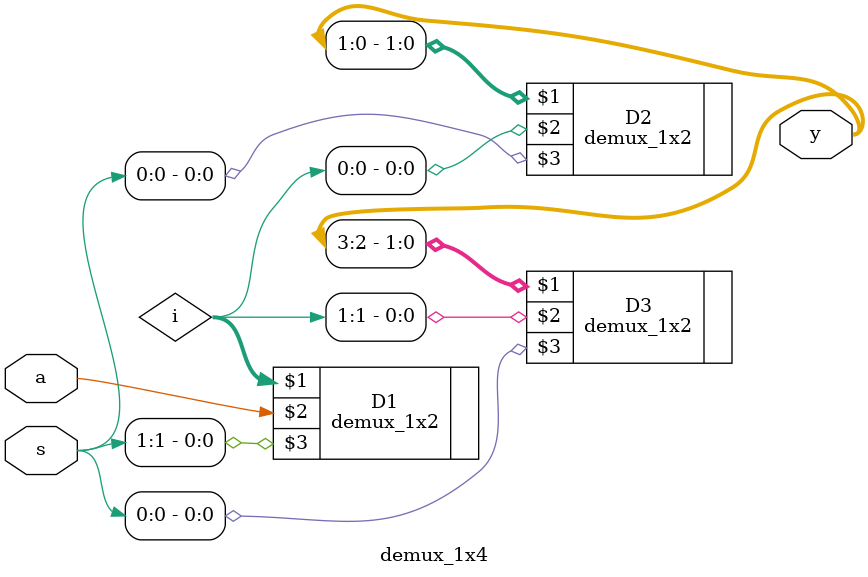
<source format=v>
`include "demux_1x2.v"

module demux_1x4 (
    output [3:0] y,
    input a,
    input [1:0] s
);
    wire [1:0] i;
    demux_1x2 D1(i, a, s[1]);
    demux_1x2 D2(y[1:0], i[0], s[0]);
    demux_1x2 D3(y[3:2], i[1], s[0]);
    
endmodule
</source>
